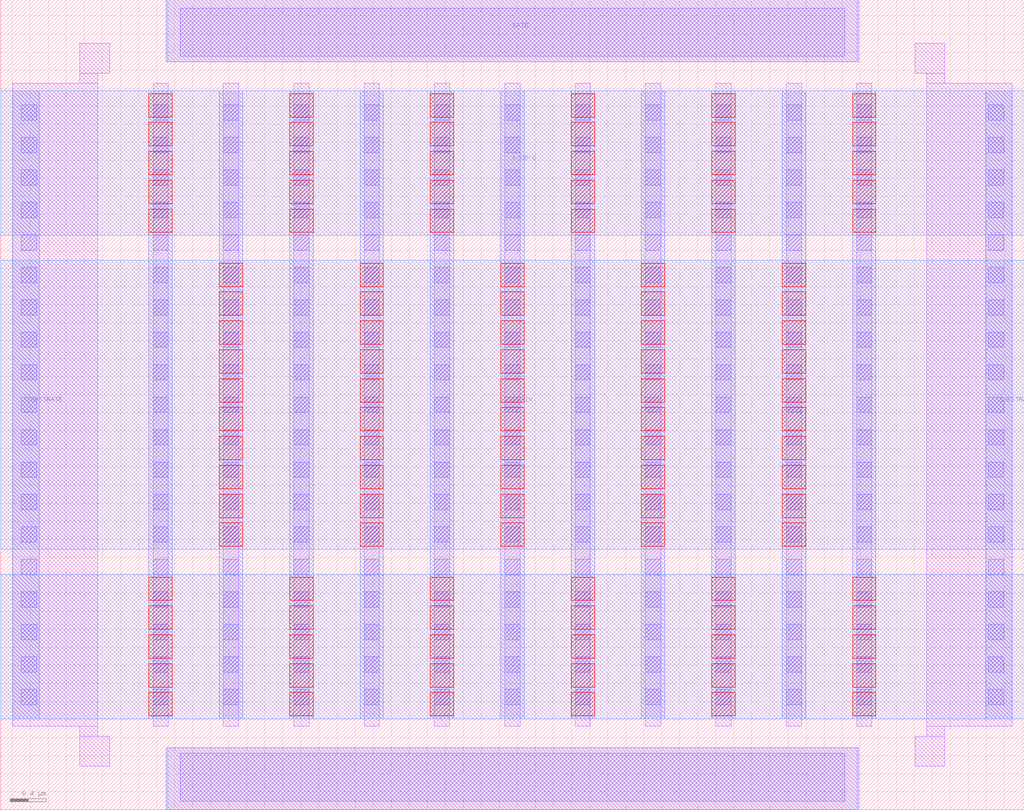
<source format=lef>
# Copyright 2020 The SkyWater PDK Authors
#
# Licensed under the Apache License, Version 2.0 (the "License");
# you may not use this file except in compliance with the License.
# You may obtain a copy of the License at
#
#     https://www.apache.org/licenses/LICENSE-2.0
#
# Unless required by applicable law or agreed to in writing, software
# distributed under the License is distributed on an "AS IS" BASIS,
# WITHOUT WARRANTIES OR CONDITIONS OF ANY KIND, either express or implied.
# See the License for the specific language governing permissions and
# limitations under the License.
#
# SPDX-License-Identifier: Apache-2.0

VERSION 5.7 ;
  NOWIREEXTENSIONATPIN ON ;
  DIVIDERCHAR "/" ;
  BUSBITCHARS "[]" ;
MACRO sky130_fd_pr__rf_nfet_g5v0d10v5_bM10W7p00L0p50
  CLASS BLOCK ;
  FOREIGN sky130_fd_pr__rf_nfet_g5v0d10v5_bM10W7p00L0p50 ;
  ORIGIN -0.070000  0.000000 ;
  SIZE  11.35000 BY  8.980000 ;
  PIN DRAIN
    ANTENNADIFFAREA  9.926000 ;
    PORT
      LAYER met2 ;
        RECT 0.070000 2.890000 11.420000 6.090000 ;
    END
  END DRAIN
  PIN GATE
    ANTENNAGATEAREA  35.450001 ;
    PORT
      LAYER met1 ;
        RECT 1.905000 0.000000 9.585000 0.685000 ;
        RECT 1.905000 8.295000 9.585000 8.980000 ;
    END
  END GATE
  PIN SOURCE
    ANTENNADIFFAREA  11.91120 ;
    PORT
      LAYER met2 ;
        RECT 0.070000 1.010000 11.420000 2.610000 ;
        RECT 0.070000 6.370000 11.420000 7.970000 ;
    END
  END SOURCE
  PIN SUBSTRATE
    ANTENNADIFFAREA  7.090000 ;
    ANTENNAGATEAREA  3.545000 ;
    PORT
      LAYER met1 ;
        RECT 0.205000 1.010000 0.500000 7.970000 ;
    END
    PORT
      LAYER met1 ;
        RECT 10.990000 1.010000 11.285000 7.970000 ;
    END
  END SUBSTRATE
  OBS
    LAYER li1 ;
      RECT  0.205000 0.925000  1.150000 8.055000 ;
      RECT  0.950000 0.485000  1.280000 0.815000 ;
      RECT  0.950000 0.815000  1.150000 0.925000 ;
      RECT  0.950000 8.055000  1.150000 8.165000 ;
      RECT  0.950000 8.165000  1.280000 8.495000 ;
      RECT  1.760000 0.925000  1.930000 8.055000 ;
      RECT  1.925000 0.000000  9.565000 0.685000 ;
      RECT  1.925000 8.295000  9.565000 8.980000 ;
      RECT  2.540000 0.925000  2.710000 8.055000 ;
      RECT  3.320000 0.925000  3.490000 8.055000 ;
      RECT  4.100000 0.925000  4.270000 8.055000 ;
      RECT  4.880000 0.925000  5.050000 8.055000 ;
      RECT  5.660000 0.925000  5.830000 8.055000 ;
      RECT  6.440000 0.925000  6.610000 8.055000 ;
      RECT  7.220000 0.925000  7.390000 8.055000 ;
      RECT  8.000000 0.925000  8.170000 8.055000 ;
      RECT  8.780000 0.925000  8.950000 8.055000 ;
      RECT  9.560000 0.925000  9.730000 8.055000 ;
      RECT 10.210000 0.485000 10.540000 0.815000 ;
      RECT 10.210000 8.165000 10.540000 8.495000 ;
      RECT 10.340000 0.815000 10.540000 0.925000 ;
      RECT 10.340000 0.925000 11.285000 8.055000 ;
      RECT 10.340000 8.055000 10.540000 8.165000 ;
    LAYER mcon ;
      RECT  0.300000 1.165000  0.470000 1.335000 ;
      RECT  0.300000 1.525000  0.470000 1.695000 ;
      RECT  0.300000 1.885000  0.470000 2.055000 ;
      RECT  0.300000 2.245000  0.470000 2.415000 ;
      RECT  0.300000 2.605000  0.470000 2.775000 ;
      RECT  0.300000 2.965000  0.470000 3.135000 ;
      RECT  0.300000 3.325000  0.470000 3.495000 ;
      RECT  0.300000 3.685000  0.470000 3.855000 ;
      RECT  0.300000 4.045000  0.470000 4.215000 ;
      RECT  0.300000 4.405000  0.470000 4.575000 ;
      RECT  0.300000 4.765000  0.470000 4.935000 ;
      RECT  0.300000 5.125000  0.470000 5.295000 ;
      RECT  0.300000 5.485000  0.470000 5.655000 ;
      RECT  0.300000 5.845000  0.470000 6.015000 ;
      RECT  0.300000 6.205000  0.470000 6.375000 ;
      RECT  0.300000 6.565000  0.470000 6.735000 ;
      RECT  0.300000 6.925000  0.470000 7.095000 ;
      RECT  0.300000 7.285000  0.470000 7.455000 ;
      RECT  0.300000 7.645000  0.470000 7.815000 ;
      RECT  1.760000 1.165000  1.930000 1.335000 ;
      RECT  1.760000 1.525000  1.930000 1.695000 ;
      RECT  1.760000 1.885000  1.930000 2.055000 ;
      RECT  1.760000 2.245000  1.930000 2.415000 ;
      RECT  1.760000 2.605000  1.930000 2.775000 ;
      RECT  1.760000 2.965000  1.930000 3.135000 ;
      RECT  1.760000 3.325000  1.930000 3.495000 ;
      RECT  1.760000 3.685000  1.930000 3.855000 ;
      RECT  1.760000 4.045000  1.930000 4.215000 ;
      RECT  1.760000 4.405000  1.930000 4.575000 ;
      RECT  1.760000 4.765000  1.930000 4.935000 ;
      RECT  1.760000 5.125000  1.930000 5.295000 ;
      RECT  1.760000 5.485000  1.930000 5.655000 ;
      RECT  1.760000 5.845000  1.930000 6.015000 ;
      RECT  1.760000 6.205000  1.930000 6.375000 ;
      RECT  1.760000 6.565000  1.930000 6.735000 ;
      RECT  1.760000 6.925000  1.930000 7.095000 ;
      RECT  1.760000 7.285000  1.930000 7.455000 ;
      RECT  1.760000 7.645000  1.930000 7.815000 ;
      RECT  2.060000 0.095000  9.430000 0.625000 ;
      RECT  2.060000 8.355000  9.430000 8.885000 ;
      RECT  2.540000 1.165000  2.710000 1.335000 ;
      RECT  2.540000 1.525000  2.710000 1.695000 ;
      RECT  2.540000 1.885000  2.710000 2.055000 ;
      RECT  2.540000 2.245000  2.710000 2.415000 ;
      RECT  2.540000 2.605000  2.710000 2.775000 ;
      RECT  2.540000 2.965000  2.710000 3.135000 ;
      RECT  2.540000 3.325000  2.710000 3.495000 ;
      RECT  2.540000 3.685000  2.710000 3.855000 ;
      RECT  2.540000 4.045000  2.710000 4.215000 ;
      RECT  2.540000 4.405000  2.710000 4.575000 ;
      RECT  2.540000 4.765000  2.710000 4.935000 ;
      RECT  2.540000 5.125000  2.710000 5.295000 ;
      RECT  2.540000 5.485000  2.710000 5.655000 ;
      RECT  2.540000 5.845000  2.710000 6.015000 ;
      RECT  2.540000 6.205000  2.710000 6.375000 ;
      RECT  2.540000 6.565000  2.710000 6.735000 ;
      RECT  2.540000 6.925000  2.710000 7.095000 ;
      RECT  2.540000 7.285000  2.710000 7.455000 ;
      RECT  2.540000 7.645000  2.710000 7.815000 ;
      RECT  3.320000 1.165000  3.490000 1.335000 ;
      RECT  3.320000 1.525000  3.490000 1.695000 ;
      RECT  3.320000 1.885000  3.490000 2.055000 ;
      RECT  3.320000 2.245000  3.490000 2.415000 ;
      RECT  3.320000 2.605000  3.490000 2.775000 ;
      RECT  3.320000 2.965000  3.490000 3.135000 ;
      RECT  3.320000 3.325000  3.490000 3.495000 ;
      RECT  3.320000 3.685000  3.490000 3.855000 ;
      RECT  3.320000 4.045000  3.490000 4.215000 ;
      RECT  3.320000 4.405000  3.490000 4.575000 ;
      RECT  3.320000 4.765000  3.490000 4.935000 ;
      RECT  3.320000 5.125000  3.490000 5.295000 ;
      RECT  3.320000 5.485000  3.490000 5.655000 ;
      RECT  3.320000 5.845000  3.490000 6.015000 ;
      RECT  3.320000 6.205000  3.490000 6.375000 ;
      RECT  3.320000 6.565000  3.490000 6.735000 ;
      RECT  3.320000 6.925000  3.490000 7.095000 ;
      RECT  3.320000 7.285000  3.490000 7.455000 ;
      RECT  3.320000 7.645000  3.490000 7.815000 ;
      RECT  4.100000 1.165000  4.270000 1.335000 ;
      RECT  4.100000 1.525000  4.270000 1.695000 ;
      RECT  4.100000 1.885000  4.270000 2.055000 ;
      RECT  4.100000 2.245000  4.270000 2.415000 ;
      RECT  4.100000 2.605000  4.270000 2.775000 ;
      RECT  4.100000 2.965000  4.270000 3.135000 ;
      RECT  4.100000 3.325000  4.270000 3.495000 ;
      RECT  4.100000 3.685000  4.270000 3.855000 ;
      RECT  4.100000 4.045000  4.270000 4.215000 ;
      RECT  4.100000 4.405000  4.270000 4.575000 ;
      RECT  4.100000 4.765000  4.270000 4.935000 ;
      RECT  4.100000 5.125000  4.270000 5.295000 ;
      RECT  4.100000 5.485000  4.270000 5.655000 ;
      RECT  4.100000 5.845000  4.270000 6.015000 ;
      RECT  4.100000 6.205000  4.270000 6.375000 ;
      RECT  4.100000 6.565000  4.270000 6.735000 ;
      RECT  4.100000 6.925000  4.270000 7.095000 ;
      RECT  4.100000 7.285000  4.270000 7.455000 ;
      RECT  4.100000 7.645000  4.270000 7.815000 ;
      RECT  4.880000 1.165000  5.050000 1.335000 ;
      RECT  4.880000 1.525000  5.050000 1.695000 ;
      RECT  4.880000 1.885000  5.050000 2.055000 ;
      RECT  4.880000 2.245000  5.050000 2.415000 ;
      RECT  4.880000 2.605000  5.050000 2.775000 ;
      RECT  4.880000 2.965000  5.050000 3.135000 ;
      RECT  4.880000 3.325000  5.050000 3.495000 ;
      RECT  4.880000 3.685000  5.050000 3.855000 ;
      RECT  4.880000 4.045000  5.050000 4.215000 ;
      RECT  4.880000 4.405000  5.050000 4.575000 ;
      RECT  4.880000 4.765000  5.050000 4.935000 ;
      RECT  4.880000 5.125000  5.050000 5.295000 ;
      RECT  4.880000 5.485000  5.050000 5.655000 ;
      RECT  4.880000 5.845000  5.050000 6.015000 ;
      RECT  4.880000 6.205000  5.050000 6.375000 ;
      RECT  4.880000 6.565000  5.050000 6.735000 ;
      RECT  4.880000 6.925000  5.050000 7.095000 ;
      RECT  4.880000 7.285000  5.050000 7.455000 ;
      RECT  4.880000 7.645000  5.050000 7.815000 ;
      RECT  5.660000 1.165000  5.830000 1.335000 ;
      RECT  5.660000 1.525000  5.830000 1.695000 ;
      RECT  5.660000 1.885000  5.830000 2.055000 ;
      RECT  5.660000 2.245000  5.830000 2.415000 ;
      RECT  5.660000 2.605000  5.830000 2.775000 ;
      RECT  5.660000 2.965000  5.830000 3.135000 ;
      RECT  5.660000 3.325000  5.830000 3.495000 ;
      RECT  5.660000 3.685000  5.830000 3.855000 ;
      RECT  5.660000 4.045000  5.830000 4.215000 ;
      RECT  5.660000 4.405000  5.830000 4.575000 ;
      RECT  5.660000 4.765000  5.830000 4.935000 ;
      RECT  5.660000 5.125000  5.830000 5.295000 ;
      RECT  5.660000 5.485000  5.830000 5.655000 ;
      RECT  5.660000 5.845000  5.830000 6.015000 ;
      RECT  5.660000 6.205000  5.830000 6.375000 ;
      RECT  5.660000 6.565000  5.830000 6.735000 ;
      RECT  5.660000 6.925000  5.830000 7.095000 ;
      RECT  5.660000 7.285000  5.830000 7.455000 ;
      RECT  5.660000 7.645000  5.830000 7.815000 ;
      RECT  6.440000 1.165000  6.610000 1.335000 ;
      RECT  6.440000 1.525000  6.610000 1.695000 ;
      RECT  6.440000 1.885000  6.610000 2.055000 ;
      RECT  6.440000 2.245000  6.610000 2.415000 ;
      RECT  6.440000 2.605000  6.610000 2.775000 ;
      RECT  6.440000 2.965000  6.610000 3.135000 ;
      RECT  6.440000 3.325000  6.610000 3.495000 ;
      RECT  6.440000 3.685000  6.610000 3.855000 ;
      RECT  6.440000 4.045000  6.610000 4.215000 ;
      RECT  6.440000 4.405000  6.610000 4.575000 ;
      RECT  6.440000 4.765000  6.610000 4.935000 ;
      RECT  6.440000 5.125000  6.610000 5.295000 ;
      RECT  6.440000 5.485000  6.610000 5.655000 ;
      RECT  6.440000 5.845000  6.610000 6.015000 ;
      RECT  6.440000 6.205000  6.610000 6.375000 ;
      RECT  6.440000 6.565000  6.610000 6.735000 ;
      RECT  6.440000 6.925000  6.610000 7.095000 ;
      RECT  6.440000 7.285000  6.610000 7.455000 ;
      RECT  6.440000 7.645000  6.610000 7.815000 ;
      RECT  7.220000 1.165000  7.390000 1.335000 ;
      RECT  7.220000 1.525000  7.390000 1.695000 ;
      RECT  7.220000 1.885000  7.390000 2.055000 ;
      RECT  7.220000 2.245000  7.390000 2.415000 ;
      RECT  7.220000 2.605000  7.390000 2.775000 ;
      RECT  7.220000 2.965000  7.390000 3.135000 ;
      RECT  7.220000 3.325000  7.390000 3.495000 ;
      RECT  7.220000 3.685000  7.390000 3.855000 ;
      RECT  7.220000 4.045000  7.390000 4.215000 ;
      RECT  7.220000 4.405000  7.390000 4.575000 ;
      RECT  7.220000 4.765000  7.390000 4.935000 ;
      RECT  7.220000 5.125000  7.390000 5.295000 ;
      RECT  7.220000 5.485000  7.390000 5.655000 ;
      RECT  7.220000 5.845000  7.390000 6.015000 ;
      RECT  7.220000 6.205000  7.390000 6.375000 ;
      RECT  7.220000 6.565000  7.390000 6.735000 ;
      RECT  7.220000 6.925000  7.390000 7.095000 ;
      RECT  7.220000 7.285000  7.390000 7.455000 ;
      RECT  7.220000 7.645000  7.390000 7.815000 ;
      RECT  8.000000 1.165000  8.170000 1.335000 ;
      RECT  8.000000 1.525000  8.170000 1.695000 ;
      RECT  8.000000 1.885000  8.170000 2.055000 ;
      RECT  8.000000 2.245000  8.170000 2.415000 ;
      RECT  8.000000 2.605000  8.170000 2.775000 ;
      RECT  8.000000 2.965000  8.170000 3.135000 ;
      RECT  8.000000 3.325000  8.170000 3.495000 ;
      RECT  8.000000 3.685000  8.170000 3.855000 ;
      RECT  8.000000 4.045000  8.170000 4.215000 ;
      RECT  8.000000 4.405000  8.170000 4.575000 ;
      RECT  8.000000 4.765000  8.170000 4.935000 ;
      RECT  8.000000 5.125000  8.170000 5.295000 ;
      RECT  8.000000 5.485000  8.170000 5.655000 ;
      RECT  8.000000 5.845000  8.170000 6.015000 ;
      RECT  8.000000 6.205000  8.170000 6.375000 ;
      RECT  8.000000 6.565000  8.170000 6.735000 ;
      RECT  8.000000 6.925000  8.170000 7.095000 ;
      RECT  8.000000 7.285000  8.170000 7.455000 ;
      RECT  8.000000 7.645000  8.170000 7.815000 ;
      RECT  8.780000 1.165000  8.950000 1.335000 ;
      RECT  8.780000 1.525000  8.950000 1.695000 ;
      RECT  8.780000 1.885000  8.950000 2.055000 ;
      RECT  8.780000 2.245000  8.950000 2.415000 ;
      RECT  8.780000 2.605000  8.950000 2.775000 ;
      RECT  8.780000 2.965000  8.950000 3.135000 ;
      RECT  8.780000 3.325000  8.950000 3.495000 ;
      RECT  8.780000 3.685000  8.950000 3.855000 ;
      RECT  8.780000 4.045000  8.950000 4.215000 ;
      RECT  8.780000 4.405000  8.950000 4.575000 ;
      RECT  8.780000 4.765000  8.950000 4.935000 ;
      RECT  8.780000 5.125000  8.950000 5.295000 ;
      RECT  8.780000 5.485000  8.950000 5.655000 ;
      RECT  8.780000 5.845000  8.950000 6.015000 ;
      RECT  8.780000 6.205000  8.950000 6.375000 ;
      RECT  8.780000 6.565000  8.950000 6.735000 ;
      RECT  8.780000 6.925000  8.950000 7.095000 ;
      RECT  8.780000 7.285000  8.950000 7.455000 ;
      RECT  8.780000 7.645000  8.950000 7.815000 ;
      RECT  9.560000 1.165000  9.730000 1.335000 ;
      RECT  9.560000 1.525000  9.730000 1.695000 ;
      RECT  9.560000 1.885000  9.730000 2.055000 ;
      RECT  9.560000 2.245000  9.730000 2.415000 ;
      RECT  9.560000 2.605000  9.730000 2.775000 ;
      RECT  9.560000 2.965000  9.730000 3.135000 ;
      RECT  9.560000 3.325000  9.730000 3.495000 ;
      RECT  9.560000 3.685000  9.730000 3.855000 ;
      RECT  9.560000 4.045000  9.730000 4.215000 ;
      RECT  9.560000 4.405000  9.730000 4.575000 ;
      RECT  9.560000 4.765000  9.730000 4.935000 ;
      RECT  9.560000 5.125000  9.730000 5.295000 ;
      RECT  9.560000 5.485000  9.730000 5.655000 ;
      RECT  9.560000 5.845000  9.730000 6.015000 ;
      RECT  9.560000 6.205000  9.730000 6.375000 ;
      RECT  9.560000 6.565000  9.730000 6.735000 ;
      RECT  9.560000 6.925000  9.730000 7.095000 ;
      RECT  9.560000 7.285000  9.730000 7.455000 ;
      RECT  9.560000 7.645000  9.730000 7.815000 ;
      RECT 11.020000 1.165000 11.190000 1.335000 ;
      RECT 11.020000 1.525000 11.190000 1.695000 ;
      RECT 11.020000 1.885000 11.190000 2.055000 ;
      RECT 11.020000 2.245000 11.190000 2.415000 ;
      RECT 11.020000 2.605000 11.190000 2.775000 ;
      RECT 11.020000 2.965000 11.190000 3.135000 ;
      RECT 11.020000 3.325000 11.190000 3.495000 ;
      RECT 11.020000 3.685000 11.190000 3.855000 ;
      RECT 11.020000 4.045000 11.190000 4.215000 ;
      RECT 11.020000 4.405000 11.190000 4.575000 ;
      RECT 11.020000 4.765000 11.190000 4.935000 ;
      RECT 11.020000 5.125000 11.190000 5.295000 ;
      RECT 11.020000 5.485000 11.190000 5.655000 ;
      RECT 11.020000 5.845000 11.190000 6.015000 ;
      RECT 11.020000 6.205000 11.190000 6.375000 ;
      RECT 11.020000 6.565000 11.190000 6.735000 ;
      RECT 11.020000 6.925000 11.190000 7.095000 ;
      RECT 11.020000 7.285000 11.190000 7.455000 ;
      RECT 11.020000 7.645000 11.190000 7.815000 ;
    LAYER met1 ;
      RECT 1.715000 1.010000 1.975000 7.970000 ;
      RECT 2.495000 1.010000 2.755000 7.970000 ;
      RECT 3.275000 1.010000 3.535000 7.970000 ;
      RECT 4.055000 1.010000 4.315000 7.970000 ;
      RECT 4.835000 1.010000 5.095000 7.970000 ;
      RECT 5.615000 1.010000 5.875000 7.970000 ;
      RECT 6.395000 1.010000 6.655000 7.970000 ;
      RECT 7.175000 1.010000 7.435000 7.970000 ;
      RECT 7.955000 1.010000 8.215000 7.970000 ;
      RECT 8.735000 1.010000 8.995000 7.970000 ;
      RECT 9.515000 1.010000 9.775000 7.970000 ;
    LAYER via ;
      RECT 1.715000 1.040000 1.975000 1.300000 ;
      RECT 1.715000 1.360000 1.975000 1.620000 ;
      RECT 1.715000 1.680000 1.975000 1.940000 ;
      RECT 1.715000 2.000000 1.975000 2.260000 ;
      RECT 1.715000 2.320000 1.975000 2.580000 ;
      RECT 1.715000 6.400000 1.975000 6.660000 ;
      RECT 1.715000 6.720000 1.975000 6.980000 ;
      RECT 1.715000 7.040000 1.975000 7.300000 ;
      RECT 1.715000 7.360000 1.975000 7.620000 ;
      RECT 1.715000 7.680000 1.975000 7.940000 ;
      RECT 2.495000 2.920000 2.755000 3.180000 ;
      RECT 2.495000 3.240000 2.755000 3.500000 ;
      RECT 2.495000 3.560000 2.755000 3.820000 ;
      RECT 2.495000 3.880000 2.755000 4.140000 ;
      RECT 2.495000 4.200000 2.755000 4.460000 ;
      RECT 2.495000 4.520000 2.755000 4.780000 ;
      RECT 2.495000 4.840000 2.755000 5.100000 ;
      RECT 2.495000 5.160000 2.755000 5.420000 ;
      RECT 2.495000 5.480000 2.755000 5.740000 ;
      RECT 2.495000 5.800000 2.755000 6.060000 ;
      RECT 3.275000 1.040000 3.535000 1.300000 ;
      RECT 3.275000 1.360000 3.535000 1.620000 ;
      RECT 3.275000 1.680000 3.535000 1.940000 ;
      RECT 3.275000 2.000000 3.535000 2.260000 ;
      RECT 3.275000 2.320000 3.535000 2.580000 ;
      RECT 3.275000 6.400000 3.535000 6.660000 ;
      RECT 3.275000 6.720000 3.535000 6.980000 ;
      RECT 3.275000 7.040000 3.535000 7.300000 ;
      RECT 3.275000 7.360000 3.535000 7.620000 ;
      RECT 3.275000 7.680000 3.535000 7.940000 ;
      RECT 4.055000 2.920000 4.315000 3.180000 ;
      RECT 4.055000 3.240000 4.315000 3.500000 ;
      RECT 4.055000 3.560000 4.315000 3.820000 ;
      RECT 4.055000 3.880000 4.315000 4.140000 ;
      RECT 4.055000 4.200000 4.315000 4.460000 ;
      RECT 4.055000 4.520000 4.315000 4.780000 ;
      RECT 4.055000 4.840000 4.315000 5.100000 ;
      RECT 4.055000 5.160000 4.315000 5.420000 ;
      RECT 4.055000 5.480000 4.315000 5.740000 ;
      RECT 4.055000 5.800000 4.315000 6.060000 ;
      RECT 4.835000 1.040000 5.095000 1.300000 ;
      RECT 4.835000 1.360000 5.095000 1.620000 ;
      RECT 4.835000 1.680000 5.095000 1.940000 ;
      RECT 4.835000 2.000000 5.095000 2.260000 ;
      RECT 4.835000 2.320000 5.095000 2.580000 ;
      RECT 4.835000 6.400000 5.095000 6.660000 ;
      RECT 4.835000 6.720000 5.095000 6.980000 ;
      RECT 4.835000 7.040000 5.095000 7.300000 ;
      RECT 4.835000 7.360000 5.095000 7.620000 ;
      RECT 4.835000 7.680000 5.095000 7.940000 ;
      RECT 5.615000 2.920000 5.875000 3.180000 ;
      RECT 5.615000 3.240000 5.875000 3.500000 ;
      RECT 5.615000 3.560000 5.875000 3.820000 ;
      RECT 5.615000 3.880000 5.875000 4.140000 ;
      RECT 5.615000 4.200000 5.875000 4.460000 ;
      RECT 5.615000 4.520000 5.875000 4.780000 ;
      RECT 5.615000 4.840000 5.875000 5.100000 ;
      RECT 5.615000 5.160000 5.875000 5.420000 ;
      RECT 5.615000 5.480000 5.875000 5.740000 ;
      RECT 5.615000 5.800000 5.875000 6.060000 ;
      RECT 6.395000 1.040000 6.655000 1.300000 ;
      RECT 6.395000 1.360000 6.655000 1.620000 ;
      RECT 6.395000 1.680000 6.655000 1.940000 ;
      RECT 6.395000 2.000000 6.655000 2.260000 ;
      RECT 6.395000 2.320000 6.655000 2.580000 ;
      RECT 6.395000 6.400000 6.655000 6.660000 ;
      RECT 6.395000 6.720000 6.655000 6.980000 ;
      RECT 6.395000 7.040000 6.655000 7.300000 ;
      RECT 6.395000 7.360000 6.655000 7.620000 ;
      RECT 6.395000 7.680000 6.655000 7.940000 ;
      RECT 7.175000 2.920000 7.435000 3.180000 ;
      RECT 7.175000 3.240000 7.435000 3.500000 ;
      RECT 7.175000 3.560000 7.435000 3.820000 ;
      RECT 7.175000 3.880000 7.435000 4.140000 ;
      RECT 7.175000 4.200000 7.435000 4.460000 ;
      RECT 7.175000 4.520000 7.435000 4.780000 ;
      RECT 7.175000 4.840000 7.435000 5.100000 ;
      RECT 7.175000 5.160000 7.435000 5.420000 ;
      RECT 7.175000 5.480000 7.435000 5.740000 ;
      RECT 7.175000 5.800000 7.435000 6.060000 ;
      RECT 7.955000 1.040000 8.215000 1.300000 ;
      RECT 7.955000 1.360000 8.215000 1.620000 ;
      RECT 7.955000 1.680000 8.215000 1.940000 ;
      RECT 7.955000 2.000000 8.215000 2.260000 ;
      RECT 7.955000 2.320000 8.215000 2.580000 ;
      RECT 7.955000 6.400000 8.215000 6.660000 ;
      RECT 7.955000 6.720000 8.215000 6.980000 ;
      RECT 7.955000 7.040000 8.215000 7.300000 ;
      RECT 7.955000 7.360000 8.215000 7.620000 ;
      RECT 7.955000 7.680000 8.215000 7.940000 ;
      RECT 8.735000 2.920000 8.995000 3.180000 ;
      RECT 8.735000 3.240000 8.995000 3.500000 ;
      RECT 8.735000 3.560000 8.995000 3.820000 ;
      RECT 8.735000 3.880000 8.995000 4.140000 ;
      RECT 8.735000 4.200000 8.995000 4.460000 ;
      RECT 8.735000 4.520000 8.995000 4.780000 ;
      RECT 8.735000 4.840000 8.995000 5.100000 ;
      RECT 8.735000 5.160000 8.995000 5.420000 ;
      RECT 8.735000 5.480000 8.995000 5.740000 ;
      RECT 8.735000 5.800000 8.995000 6.060000 ;
      RECT 9.515000 1.040000 9.775000 1.300000 ;
      RECT 9.515000 1.360000 9.775000 1.620000 ;
      RECT 9.515000 1.680000 9.775000 1.940000 ;
      RECT 9.515000 2.000000 9.775000 2.260000 ;
      RECT 9.515000 2.320000 9.775000 2.580000 ;
      RECT 9.515000 6.400000 9.775000 6.660000 ;
      RECT 9.515000 6.720000 9.775000 6.980000 ;
      RECT 9.515000 7.040000 9.775000 7.300000 ;
      RECT 9.515000 7.360000 9.775000 7.620000 ;
      RECT 9.515000 7.680000 9.775000 7.940000 ;
  END
END sky130_fd_pr__rf_nfet_g5v0d10v5_bM10W7p00L0p50
END LIBRARY

</source>
